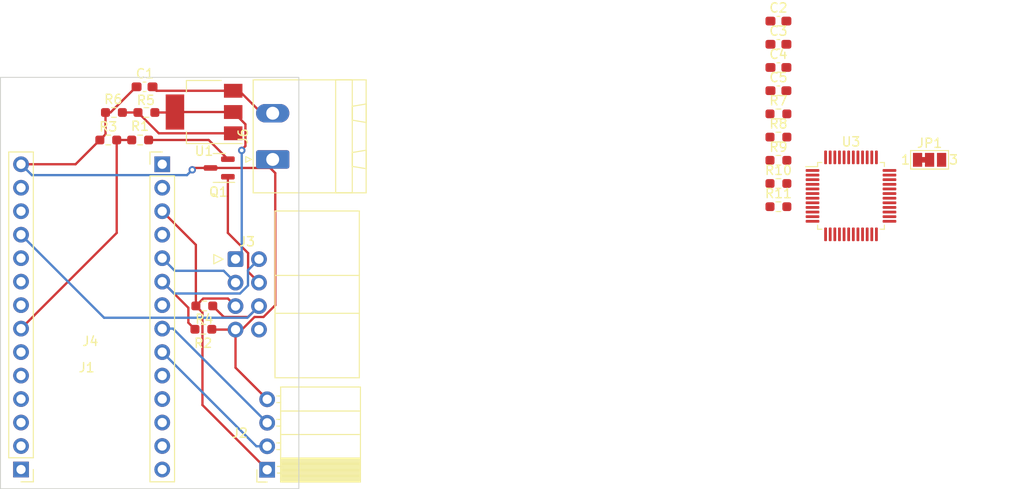
<source format=kicad_pcb>
(kicad_pcb (version 20221018) (generator pcbnew)
  (layers (0 "F.Cu" signal) (31 "B.Cu" signal) (34 "B.Paste" user) (35 "F.Paste" user) (36 "B.SilkS" user "B.Silkscreen") (37 "F.SilkS" user "F.Silkscreen") (38 "B.Mask" user) (39 "F.Mask" user) (44 "Edge.Cuts" user))
  (net 0 "")
  (net 1 "Net-(J5-Pin_2)")
  (net 2 "Earth")
  (net 9 "PIN6")
  (net 13 "PIN2")
  (net 16 "+3V3")
  (net 17 "SDA")
  (net 18 "SCL")
  (net 19 "+12V")
  (net 20 "DRIVE")
  (net 21 "SENSE")
  (net 22 "MOSFET")
  (net 33 "Net-(Q1-S)")
  (net 34 "Net-(U1-ADJ)")
  (net 35 "Net-(U2-SS)")
  (net 36 "Net-(J6-Pin_2)")
  (net 37 "Net-(U3-NRST)")
  (net 38 "Net-(JP1-C)")
  (net 39 "Net-(U2-Ilim)")
  (net 40 "Net-(R8-Pad1)")
  (net 41 "Net-(U2-FLG)")
  (net 42 "Net-(U2-PG)")
  (net 43 "Net-(U3-BOOT0)")
  (net 72 "/SWIO")
  (net 73 "/SWCLK")
  (footprint "Jumper:SolderJumper-3_P1.3mm_Bridged12_Pad1.0x1.5mm_NumberLabels" (layer "F.Cu") (at 219.68 71.12)
    (fp_text reference "JP1" (at 0 -1.8) (layer "F.SilkS"))
    (fp_text value "SolderJumper_3_Bridged12")
    (fp_text user "1" (at -2.6 0) (layer "F.SilkS"))
    (fp_text user "3" (at 2.6 0) (layer "F.SilkS"))
    (fp_poly (pts (xy -0.9 -0.3) (xy -0.4 -0.3) (xy -0.4 0.3) (xy -0.9 0.3)) (fill solid) (layer "F.Cu"))
    (fp_line (start -2.05 -1) (end 2.05 -1) (stroke (width 0.12)) (layer "F.SilkS"))
    (fp_line (start -2.05 1) (end -2.05 -1) (stroke (width 0.12)) (layer "F.SilkS"))
    (fp_line (start 2.05 -1) (end 2.05 1) (stroke (width 0.12)) (layer "F.SilkS"))
    (fp_line (start 2.05 1) (end -2.05 1) (stroke (width 0.12)) (layer "F.SilkS"))
    (pad "1" smd rect (at -1.3 0) (size 1 1.5) (layers "F.Cu" "F.Mask") (net 2 "Earth"))
    (pad "2" smd rect (at 0 0) (size 1 1.5) (layers "F.Cu" "F.Mask") (net 38 "Net-(JP1-C)"))
    (pad "3" smd rect (at 1.3 0) (size 1 1.5) (layers "F.Cu" "F.Mask") (net 16 "+3V3"))
  )
  (footprint "Connector_IDC:IDC-Header_2x04_P2.54mm_Horizontal" (layer "F.Cu") (at 144.6025 81.865)
    (fp_text reference "J3" (at 1.2475 -1.89) (layer "F.SilkS"))
    (fp_text value "1-4 to HeatedWetSensor | 5-7 to TempSensor")
    (fp_line (start -2.35 -0.5) (end -2.35 0.5) (stroke (width 0.12)) (layer "F.SilkS"))
    (fp_line (start -2.35 0.5) (end -1.35 0) (stroke (width 0.12)) (layer "F.SilkS"))
    (fp_line (start -1.35 0) (end -2.35 -0.5) (stroke (width 0.12)) (layer "F.SilkS"))
    (fp_line (start 4.27 -5.21) (end 13.39 -5.21) (stroke (width 0.12)) (layer "F.SilkS"))
    (fp_line (start 4.27 1.76) (end 13.39 1.76) (stroke (width 0.12)) (layer "F.SilkS"))
    (fp_line (start 4.27 5.86) (end 13.39 5.86) (stroke (width 0.12)) (layer "F.SilkS"))
    (fp_line (start 4.27 12.83) (end 4.27 -5.21) (stroke (width 0.12)) (layer "F.SilkS"))
    (fp_line (start 13.39 -5.21) (end 13.39 12.83) (stroke (width 0.12)) (layer "F.SilkS"))
    (fp_line (start 13.39 12.83) (end 4.27 12.83) (stroke (width 0.12)) (layer "F.SilkS"))
    (pad "1" thru_hole roundrect (at 0 0) (size 1.7 1.7) (drill 1) (layers "*.Cu" "*.Mask") (roundrect_rratio 0.147059) (net 19 "+12V"))
    (pad "2" thru_hole circle (at 2.54 0) (size 1.7 1.7) (drill 1) (layers "*.Cu" "*.Mask") (net 20 "DRIVE"))
    (pad "3" thru_hole circle (at 0 2.54) (size 1.7 1.7) (drill 1) (layers "*.Cu" "*.Mask") (net 21 "SENSE"))
    (pad "4" thru_hole circle (at 2.54 2.54) (size 1.7 1.7) (drill 1) (layers "*.Cu" "*.Mask") (net 22 "MOSFET"))
    (pad "5" thru_hole circle (at 0 5.08) (size 1.7 1.7) (drill 1) (layers "*.Cu" "*.Mask") (net 16 "+3V3"))
    (pad "6" thru_hole circle (at 2.54 5.08) (size 1.7 1.7) (drill 1) (layers "*.Cu" "*.Mask") (net 13 "PIN2"))
    (pad "7" thru_hole circle (at 0 7.62) (size 1.7 1.7) (drill 1) (layers "*.Cu" "*.Mask") (net 2 "Earth"))
    (pad "8" thru_hole circle (at 2.54 7.62) (size 1.7 1.7) (drill 1) (layers "*.Cu" "*.Mask"))
  )
  (footprint "Capacitor_SMD:C_0603_1608Metric_Pad1.08x0.95mm_HandSolder" (layer "F.Cu") (at 203.33 58.62)
    (fp_text reference "C3" (at 0 -1.43) (layer "F.SilkS"))
    (fp_text value "C")
    (fp_line (start -0.146267 -0.51) (end 0.146267 -0.51) (stroke (width 0.12)) (layer "F.SilkS"))
    (fp_line (start -0.146267 0.51) (end 0.146267 0.51) (stroke (width 0.12)) (layer "F.SilkS"))
    (pad "1" smd roundrect (at -0.8625 0) (size 1.075 0.95) (layers "F.Cu" "F.Paste" "F.Mask") (net 36 "Net-(J6-Pin_2)"))
    (pad "2" smd roundrect (at 0.8625 0) (size 1.075 0.95) (layers "F.Cu" "F.Paste" "F.Mask") (net 2 "Earth"))
  )
  (footprint "Resistor_SMD:R_0603_1608Metric_Pad0.98x0.95mm_HandSolder" (layer "F.Cu") (at 203.33 71.17)
    (fp_text reference "R9" (at 0 -1.43) (layer "F.SilkS"))
    (fp_text value "R")
    (fp_line (start -0.254724 -0.5225) (end 0.254724 -0.5225) (stroke (width 0.12)) (layer "F.SilkS"))
    (fp_line (start -0.254724 0.5225) (end 0.254724 0.5225) (stroke (width 0.12)) (layer "F.SilkS"))
    (pad "1" smd roundrect (at -0.9125 0) (size 0.975 0.95) (layers "F.Cu" "F.Paste" "F.Mask") (net 40 "Net-(R8-Pad1)"))
    (pad "2" smd roundrect (at 0.9125 0) (size 0.975 0.95) (layers "F.Cu" "F.Paste" "F.Mask") (net 42 "Net-(U2-PG)"))
  )
  (footprint "Connector_PinSocket_2.54mm:PinSocket_1x04_P2.54mm_Horizontal" (layer "F.Cu") (at 148.025 104.645 180)
    (fp_text reference "J2" (at 2.95 3.97) (layer "F.SilkS"))
    (fp_text value "Connector to BME280")
    (fp_line (start -10.09 -1.33) (end -10.09 8.95) (stroke (width 0.12)) (layer "F.SilkS"))
    (fp_line (start -10.09 -1.33) (end -1.46 -1.33) (stroke (width 0.12)) (layer "F.SilkS"))
    (fp_line (start -10.09 -1.21) (end -1.46 -1.21) (stroke (width 0.12)) (layer "F.SilkS"))
    (fp_line (start -10.09 -1.091905) (end -1.46 -1.091905) (stroke (width 0.12)) (layer "F.SilkS"))
    (fp_line (start -10.09 -0.97381) (end -1.46 -0.97381) (stroke (width 0.12)) (layer "F.SilkS"))
    (fp_line (start -10.09 -0.855715) (end -1.46 -0.855715) (stroke (width 0.12)) (layer "F.SilkS"))
    (fp_line (start -10.09 -0.73762) (end -1.46 -0.73762) (stroke (width 0.12)) (layer "F.SilkS"))
    (fp_line (start -10.09 -0.619525) (end -1.46 -0.619525) (stroke (width 0.12)) (layer "F.SilkS"))
    (fp_line (start -10.09 -0.50143) (end -1.46 -0.50143) (stroke (width 0.12)) (layer "F.SilkS"))
    (fp_line (start -10.09 -0.383335) (end -1.46 -0.383335) (stroke (width 0.12)) (layer "F.SilkS"))
    (fp_line (start -10.09 -0.26524) (end -1.46 -0.26524) (stroke (width 0.12)) (layer "F.SilkS"))
    (fp_line (start -10.09 -0.147145) (end -1.46 -0.147145) (stroke (width 0.12)) (layer "F.SilkS"))
    (fp_line (start -10.09 -0.02905) (end -1.46 -0.02905) (stroke (width 0.12)) (layer "F.SilkS"))
    (fp_line (start -10.09 0.089045) (end -1.46 0.089045) (stroke (width 0.12)) (layer "F.SilkS"))
    (fp_line (start -10.09 0.20714) (end -1.46 0.20714) (stroke (width 0.12)) (layer "F.SilkS"))
    (fp_line (start -10.09 0.325235) (end -1.46 0.325235) (stroke (width 0.12)) (layer "F.SilkS"))
    (fp_line (start -10.09 0.44333) (end -1.46 0.44333) (stroke (width 0.12)) (layer "F.SilkS"))
    (fp_line (start -10.09 0.561425) (end -1.46 0.561425) (stroke (width 0.12)) (layer "F.SilkS"))
    (fp_line (start -10.09 0.67952) (end -1.46 0.67952) (stroke (width 0.12)) (layer "F.SilkS"))
    (fp_line (start -10.09 0.797615) (end -1.46 0.797615) (stroke (width 0.12)) (layer "F.SilkS"))
    (fp_line (start -10.09 0.91571) (end -1.46 0.91571) (stroke (width 0.12)) (layer "F.SilkS"))
    (fp_line (start -10.09 1.033805) (end -1.46 1.033805) (stroke (width 0.12)) (layer "F.SilkS"))
    (fp_line (start -10.09 1.1519) (end -1.46 1.1519) (stroke (width 0.12)) (layer "F.SilkS"))
    (fp_line (start -10.09 1.27) (end -1.46 1.27) (stroke (width 0.12)) (layer "F.SilkS"))
    (fp_line (start -10.09 3.81) (end -1.46 3.81) (stroke (width 0.12)) (layer "F.SilkS"))
    (fp_line (start -10.09 6.35) (end -1.46 6.35) (stroke (width 0.12)) (layer "F.SilkS"))
    (fp_line (start -10.09 8.95) (end -1.46 8.95) (stroke (width 0.12)) (layer "F.SilkS"))
    (fp_line (start -1.46 -1.33) (end -1.46 8.95) (stroke (width 0.12)) (layer "F.SilkS"))
    (fp_line (start -1.46 -0.36) (end -1.11 -0.36) (stroke (width 0.12)) (layer "F.SilkS"))
    (fp_line (start -1.46 0.36) (end -1.11 0.36) (stroke (width 0.12)) (layer "F.SilkS"))
    (fp_line (start -1.46 2.18) (end -1.05 2.18) (stroke (width 0.12)) (layer "F.SilkS"))
    (fp_line (start -1.46 2.9) (end -1.05 2.9) (stroke (width 0.12)) (layer "F.SilkS"))
    (fp_line (start -1.46 4.72) (end -1.05 4.72) (stroke (width 0.12)) (layer "F.SilkS"))
    (fp_line (start -1.46 5.44) (end -1.05 5.44) (stroke (width 0.12)) (layer "F.SilkS"))
    (fp_line (start -1.46 7.26) (end -1.05 7.26) (stroke (width 0.12)) (layer "F.SilkS"))
    (fp_line (start -1.46 7.98) (end -1.05 7.98) (stroke (width 0.12)) (layer "F.SilkS"))
    (fp_line (start 0 -1.33) (end 1.11 -1.33) (stroke (width 0.12)) (layer "F.SilkS"))
    (fp_line (start 1.11 -1.33) (end 1.11 0) (stroke (width 0.12)) (layer "F.SilkS"))
    (pad "1" thru_hole rect (at 0 0 180) (size 1.7 1.7) (drill 1) (layers "*.Cu" "*.Mask") (net 16 "+3V3"))
    (pad "2" thru_hole oval (at 0 2.54 180) (size 1.7 1.7) (drill 1) (layers "*.Cu" "*.Mask") (net 17 "SDA"))
    (pad "3" thru_hole oval (at 0 5.08 180) (size 1.7 1.7) (drill 1) (layers "*.Cu" "*.Mask") (net 18 "SCL"))
    (pad "4" thru_hole oval (at 0 7.62 180) (size 1.7 1.7) (drill 1) (layers "*.Cu" "*.Mask") (net 2 "Earth"))
  )
  (footprint "Resistor_SMD:R_0603_1608Metric_Pad0.98x0.95mm_HandSolder" (layer "F.Cu") (at 203.33 68.66)
    (fp_text reference "R8" (at 0 -1.43) (layer "F.SilkS"))
    (fp_text value "R")
    (fp_line (start -0.254724 -0.5225) (end 0.254724 -0.5225) (stroke (width 0.12)) (layer "F.SilkS"))
    (fp_line (start -0.254724 0.5225) (end 0.254724 0.5225) (stroke (width 0.12)) (layer "F.SilkS"))
    (pad "1" smd roundrect (at -0.9125 0) (size 0.975 0.95) (layers "F.Cu" "F.Paste" "F.Mask") (net 40 "Net-(R8-Pad1)"))
    (pad "2" smd roundrect (at 0.9125 0) (size 0.975 0.95) (layers "F.Cu" "F.Paste" "F.Mask") (net 41 "Net-(U2-FLG)"))
  )
  (footprint "Connector_PinHeader_2.54mm:PinHeader_1x14_P2.54mm_Vertical" (layer "F.Cu") (at 136.675 71.6)
    (fp_text reference "J4" (at -7.775 19.15) (layer "F.SilkS"))
    (fp_text value "Teensy Connector")
    (fp_line (start -1.33 -1.33) (end 0 -1.33) (stroke (width 0.12)) (layer "F.SilkS"))
    (fp_line (start -1.33 0) (end -1.33 -1.33) (stroke (width 0.12)) (layer "F.SilkS"))
    (fp_line (start -1.33 1.27) (end -1.33 34.35) (stroke (width 0.12)) (layer "F.SilkS"))
    (fp_line (start -1.33 1.27) (end 1.33 1.27) (stroke (width 0.12)) (layer "F.SilkS"))
    (fp_line (start -1.33 34.35) (end 1.33 34.35) (stroke (width 0.12)) (layer "F.SilkS"))
    (fp_line (start 1.33 1.27) (end 1.33 34.35) (stroke (width 0.12)) (layer "F.SilkS"))
    (pad "1" thru_hole rect (at 0 0) (size 1.7 1.7) (drill 1) (layers "*.Cu" "*.Mask"))
    (pad "2" thru_hole oval (at 0 2.54) (size 1.7 1.7) (drill 1) (layers "*.Cu" "*.Mask"))
    (pad "3" thru_hole oval (at 0 5.08) (size 1.7 1.7) (drill 1) (layers "*.Cu" "*.Mask") (net 16 "+3V3"))
    (pad "4" thru_hole oval (at 0 7.62) (size 1.7 1.7) (drill 1) (layers "*.Cu" "*.Mask"))
    (pad "5" thru_hole oval (at 0 10.16) (size 1.7 1.7) (drill 1) (layers "*.Cu" "*.Mask") (net 21 "SENSE"))
    (pad "6" thru_hole oval (at 0 12.7) (size 1.7 1.7) (drill 1) (layers "*.Cu" "*.Mask") (net 20 "DRIVE"))
    (pad "7" thru_hole oval (at 0 15.24) (size 1.7 1.7) (drill 1) (layers "*.Cu" "*.Mask"))
    (pad "8" thru_hole oval (at 0 17.78) (size 1.7 1.7) (drill 1) (layers "*.Cu" "*.Mask") (net 18 "SCL"))
    (pad "9" thru_hole oval (at 0 20.32) (size 1.7 1.7) (drill 1) (layers "*.Cu" "*.Mask") (net 17 "SDA"))
    (pad "10" thru_hole oval (at 0 22.86) (size 1.7 1.7) (drill 1) (layers "*.Cu" "*.Mask"))
    (pad "11" thru_hole oval (at 0 25.4) (size 1.7 1.7) (drill 1) (layers "*.Cu" "*.Mask"))
    (pad "12" thru_hole oval (at 0 27.94) (size 1.7 1.7) (drill 1) (layers "*.Cu" "*.Mask"))
    (pad "13" thru_hole oval (at 0 30.48) (size 1.7 1.7) (drill 1) (layers "*.Cu" "*.Mask"))
    (pad "14" thru_hole oval (at 0 33.02) (size 1.7 1.7) (drill 1) (layers "*.Cu" "*.Mask"))
  )
  (footprint "Capacitor_SMD:C_0603_1608Metric_Pad1.08x0.95mm_HandSolder" (layer "F.Cu") (at 203.33 61.13)
    (fp_text reference "C4" (at 0 -1.43) (layer "F.SilkS"))
    (fp_text value "C")
    (fp_line (start -0.146267 -0.51) (end 0.146267 -0.51) (stroke (width 0.12)) (layer "F.SilkS"))
    (fp_line (start -0.146267 0.51) (end 0.146267 0.51) (stroke (width 0.12)) (layer "F.SilkS"))
    (pad "1" smd roundrect (at -0.8625 0) (size 1.075 0.95) (layers "F.Cu" "F.Paste" "F.Mask") (net 19 "+12V"))
    (pad "2" smd roundrect (at 0.8625 0) (size 1.075 0.95) (layers "F.Cu" "F.Paste" "F.Mask") (net 2 "Earth"))
  )
  (footprint "Capacitor_SMD:C_0603_1608Metric_Pad1.08x0.95mm_HandSolder" (layer "F.Cu") (at 134.7625 63.225 180)
    (fp_text reference "C1" (at -0.0375 1.425) (layer "F.SilkS"))
    (fp_text value "C" hide)
    (fp_line (start -0.146267 -0.51) (end 0.146267 -0.51) (stroke (width 0.12)) (layer "F.SilkS"))
    (fp_line (start -0.146267 0.51) (end 0.146267 0.51) (stroke (width 0.12)) (layer "F.SilkS"))
    (pad "1" smd roundrect (at -0.8625 0 180) (size 1.075 0.95) (layers "F.Cu" "F.Paste" "F.Mask") (net 1 "Net-(J5-Pin_2)"))
    (pad "2" smd roundrect (at 0.8625 0 180) (size 1.075 0.95) (layers "F.Cu" "F.Paste" "F.Mask") (net 2 "Earth"))
  )
  (footprint "Resistor_SMD:R_0603_1608Metric_Pad0.98x0.95mm_HandSolder" (layer "F.Cu") (at 203.33 73.68)
    (fp_text reference "R10" (at 0 -1.43) (layer "F.SilkS"))
    (fp_text value "10k")
    (fp_line (start -0.254724 -0.5225) (end 0.254724 -0.5225) (stroke (width 0.12)) (layer "F.SilkS"))
    (fp_line (start -0.254724 0.5225) (end 0.254724 0.5225) (stroke (width 0.12)) (layer "F.SilkS"))
    (pad "1" smd roundrect (at -0.9125 0) (size 0.975 0.95) (layers "F.Cu" "F.Paste" "F.Mask") (net 37 "Net-(U3-NRST)"))
    (pad "2" smd roundrect (at 0.9125 0) (size 0.975 0.95) (layers "F.Cu" "F.Paste" "F.Mask") (net 16 "+3V3"))
  )
  (footprint "Package_TO_SOT_SMD:SOT-223-3_TabPin2" (layer "F.Cu") (at 141.2 65.95 180)
    (fp_text reference "U1" (at 0 -4.225) (layer "F.SilkS"))
    (fp_text value "AMS1117")
    (fp_line (start -4.1 -3.41) (end 1.91 -3.41) (stroke (width 0.12)) (layer "F.SilkS"))
    (fp_line (start -1.85 3.41) (end 1.91 3.41) (stroke (width 0.12)) (layer "F.SilkS"))
    (fp_line (start 1.91 -3.41) (end 1.91 -2.15) (stroke (width 0.12)) (layer "F.SilkS"))
    (fp_line (start 1.91 3.41) (end 1.91 2.15) (stroke (width 0.12)) (layer "F.SilkS"))
    (pad "1" smd rect (at -3.15 -2.3 180) (size 2 1.5) (layers "F.Cu" "F.Paste" "F.Mask") (net 34 "Net-(U1-ADJ)"))
    (pad "2" smd rect (at -3.15 0 180) (size 2 1.5) (layers "F.Cu" "F.Paste" "F.Mask") (net 19 "+12V"))
    (pad "2" smd rect (at 3.15 0 180) (size 2 3.8) (layers "F.Cu" "F.Paste" "F.Mask") (net 19 "+12V"))
    (pad "3" smd rect (at -3.15 2.3 180) (size 2 1.5) (layers "F.Cu" "F.Paste" "F.Mask") (net 1 "Net-(J5-Pin_2)"))
  )
  (footprint "Capacitor_SMD:C_0603_1608Metric_Pad1.08x0.95mm_HandSolder" (layer "F.Cu") (at 203.33 63.64)
    (fp_text reference "C5" (at 0 -1.43) (layer "F.SilkS"))
    (fp_text value "C")
    (fp_line (start -0.146267 -0.51) (end 0.146267 -0.51) (stroke (width 0.12)) (layer "F.SilkS"))
    (fp_line (start -0.146267 0.51) (end 0.146267 0.51) (stroke (width 0.12)) (layer "F.SilkS"))
    (pad "1" smd roundrect (at -0.8625 0) (size 1.075 0.95) (layers "F.Cu" "F.Paste" "F.Mask") (net 37 "Net-(U3-NRST)"))
    (pad "2" smd roundrect (at 0.8625 0) (size 1.075 0.95) (layers "F.Cu" "F.Paste" "F.Mask") (net 2 "Earth"))
  )
  (footprint "Capacitor_SMD:C_0603_1608Metric_Pad1.08x0.95mm_HandSolder" (layer "F.Cu") (at 203.33 56.11)
    (fp_text reference "C2" (at 0 -1.43) (layer "F.SilkS"))
    (fp_text value "C")
    (fp_line (start -0.146267 -0.51) (end 0.146267 -0.51) (stroke (width 0.12)) (layer "F.SilkS"))
    (fp_line (start -0.146267 0.51) (end 0.146267 0.51) (stroke (width 0.12)) (layer "F.SilkS"))
    (pad "1" smd roundrect (at -0.8625 0) (size 1.075 0.95) (layers "F.Cu" "F.Paste" "F.Mask") (net 35 "Net-(U2-SS)"))
    (pad "2" smd roundrect (at 0.8625 0) (size 1.075 0.95) (layers "F.Cu" "F.Paste" "F.Mask") (net 2 "Earth"))
  )
  (footprint "Resistor_SMD:R_0603_1608Metric_Pad0.98x0.95mm_HandSolder" (layer "F.Cu") (at 131.45 66)
    (fp_text reference "R6" (at -0.075 -1.425 180) (layer "F.SilkS"))
    (fp_text value "R" hide)
    (fp_line (start -0.254724 -0.5225) (end 0.254724 -0.5225) (stroke (width 0.12)) (layer "F.SilkS"))
    (fp_line (start -0.254724 0.5225) (end 0.254724 0.5225) (stroke (width 0.12)) (layer "F.SilkS"))
    (pad "1" smd roundrect (at -0.9125 0) (size 0.975 0.95) (layers "F.Cu" "F.Paste" "F.Mask") (net 2 "Earth"))
    (pad "2" smd roundrect (at 0.9125 0) (size 0.975 0.95) (layers "F.Cu" "F.Paste" "F.Mask") (net 34 "Net-(U1-ADJ)"))
  )
  (footprint "Resistor_SMD:R_0603_1608Metric_Pad0.98x0.95mm_HandSolder" (layer "F.Cu") (at 134.9625 66)
    (fp_text reference "R5" (at -0.0625 -1.325 180) (layer "F.SilkS"))
    (fp_text value "R" hide)
    (fp_line (start -0.254724 -0.5225) (end 0.254724 -0.5225) (stroke (width 0.12)) (layer "F.SilkS"))
    (fp_line (start -0.254724 0.5225) (end 0.254724 0.5225) (stroke (width 0.12)) (layer "F.SilkS"))
    (pad "1" smd roundrect (at -0.9125 0) (size 0.975 0.95) (layers "F.Cu" "F.Paste" "F.Mask") (net 34 "Net-(U1-ADJ)"))
    (pad "2" smd roundrect (at 0.9125 0) (size 0.975 0.95) (layers "F.Cu" "F.Paste" "F.Mask") (net 19 "+12V"))
  )
  (footprint "Resistor_SMD:R_0603_1608Metric_Pad0.98x0.95mm_HandSolder" (layer "F.Cu") (at 203.33 76.19)
    (fp_text reference "R11" (at 0 -1.43) (layer "F.SilkS"))
    (fp_text value "100K")
    (fp_line (start -0.254724 -0.5225) (end 0.254724 -0.5225) (stroke (width 0.12)) (layer "F.SilkS"))
    (fp_line (start -0.254724 0.5225) (end 0.254724 0.5225) (stroke (width 0.12)) (layer "F.SilkS"))
    (pad "1" smd roundrect (at -0.9125 0) (size 0.975 0.95) (layers "F.Cu" "F.Paste" "F.Mask") (net 43 "Net-(U3-BOOT0)"))
    (pad "2" smd roundrect (at 0.9125 0) (size 0.975 0.95) (layers "F.Cu" "F.Paste" "F.Mask") (net 38 "Net-(JP1-C)"))
  )
  (footprint "Resistor_SMD:R_0603_1608Metric_Pad0.98x0.95mm_HandSolder" (layer "F.Cu") (at 141.225 86.925 180)
    (fp_text reference "R4" (at 0 -1.43) (layer "F.SilkS"))
    (fp_text value "R" hide)
    (fp_line (start -0.254724 -0.5225) (end 0.254724 -0.5225) (stroke (width 0.12)) (layer "F.SilkS"))
    (fp_line (start -0.254724 0.5225) (end 0.254724 0.5225) (stroke (width 0.12)) (layer "F.SilkS"))
    (pad "1" smd roundrect (at -0.9125 0 180) (size 0.975 0.95) (layers "F.Cu" "F.Paste" "F.Mask") (net 13 "PIN2"))
    (pad "2" smd roundrect (at 0.9125 0 180) (size 0.975 0.95) (layers "F.Cu" "F.Paste" "F.Mask") (net 16 "+3V3"))
  )
  (footprint "Connector_Phoenix_MSTB:PhoenixContact_MSTBA_2,5_2-G_1x02_P5.00mm_Horizontal" (layer "F.Cu") (at 148.6225 71.08 90)
    (fp_text reference "J6" (at 2.5 -3.2 90) (layer "F.SilkS"))
    (fp_text value "Connector to power supply")
    (fp_line (start -3.61 -2.11) (end -3.61 10.11) (stroke (width 0.12)) (layer "F.SilkS"))
    (fp_line (start -3.61 6.81) (end 8.61 6.81) (stroke (width 0.12)) (layer "F.SilkS"))
    (fp_line (start -3.61 8.61) (end -3.61 6.81) (stroke (width 0.12)) (layer "F.SilkS"))
    (fp_line (start -3.61 10.11) (end 8.61 10.11) (stroke (width 0.12)) (layer "F.SilkS"))
    (fp_line (start -1 10.11) (end 1 10.11) (stroke (width 0.12)) (layer "F.SilkS"))
    (fp_line (start -0.75 8.61) (end -1 10.11) (stroke (width 0.12)) (layer "F.SilkS"))
    (fp_line (start -0.3 -2.91) (end 0.3 -2.91) (stroke (width 0.12)) (layer "F.SilkS"))
    (fp_line (start 0 -2.31) (end -0.3 -2.91) (stroke (width 0.12)) (layer "F.SilkS"))
    (fp_line (start 0.3 -2.91) (end 0 -2.31) (stroke (width 0.12)) (layer "F.SilkS"))
    (fp_line (start 0.75 8.61) (end -0.75 8.61) (stroke (width 0.12)) (layer "F.SilkS"))
    (fp_line (start 1 10.11) (end 0.75 8.61) (stroke (width 0.12)) (layer "F.SilkS"))
    (fp_line (start 4 10.11) (end 6 10.11) (stroke (width 0.12)) (layer "F.SilkS"))
    (fp_line (start 4.25 8.61) (end 4 10.11) (stroke (width 0.12)) (layer "F.SilkS"))
    (fp_line (start 5.75 8.61) (end 4.25 8.61) (stroke (width 0.12)) (layer "F.SilkS"))
    (fp_line (start 6 10.11) (end 5.75 8.61) (stroke (width 0.12)) (layer "F.SilkS"))
    (fp_line (start 8.61 -2.11) (end -3.61 -2.11) (stroke (width 0.12)) (layer "F.SilkS"))
    (fp_line (start 8.61 6.81) (end 8.61 8.61) (stroke (width 0.12)) (layer "F.SilkS"))
    (fp_line (start 8.61 8.61) (end -3.61 8.61) (stroke (width 0.12)) (layer "F.SilkS"))
    (fp_line (start 8.61 10.11) (end 8.61 -2.11) (stroke (width 0.12)) (layer "F.SilkS"))
    (pad "1" thru_hole roundrect (at 0 0 90) (size 2 3.6) (drill 1.4) (layers "*.Cu" "*.Mask") (roundrect_rratio 0.125) (net 2 "Earth"))
    (pad "2" thru_hole oval (at 5 0 90) (size 2 3.6) (drill 1.4) (layers "*.Cu" "*.Mask") (net 36 "Net-(J6-Pin_2)"))
  )
  (footprint "Package_QFP:LQFP-48_7x7mm_P0.5mm" (layer "F.Cu") (at 211.18 75.02)
    (fp_text reference "U3" (at 0 -5.85) (layer "F.SilkS"))
    (fp_text value "STM32F103C6Tx")
    (fp_line (start -3.61 -3.61) (end -3.61 -3.16) (stroke (width 0.12)) (layer "F.SilkS"))
    (fp_line (start -3.61 -3.16) (end -4.9 -3.16) (stroke (width 0.12)) (layer "F.SilkS"))
    (fp_line (start -3.61 3.61) (end -3.61 3.16) (stroke (width 0.12)) (layer "F.SilkS"))
    (fp_line (start -3.16 -3.61) (end -3.61 -3.61) (stroke (width 0.12)) (layer "F.SilkS"))
    (fp_line (start -3.16 3.61) (end -3.61 3.61) (stroke (width 0.12)) (layer "F.SilkS"))
    (fp_line (start 3.16 -3.61) (end 3.61 -3.61) (stroke (width 0.12)) (layer "F.SilkS"))
    (fp_line (start 3.16 3.61) (end 3.61 3.61) (stroke (width 0.12)) (layer "F.SilkS"))
    (fp_line (start 3.61 -3.61) (end 3.61 -3.16) (stroke (width 0.12)) (layer "F.SilkS"))
    (fp_line (start 3.61 3.61) (end 3.61 3.16) (stroke (width 0.12)) (layer "F.SilkS"))
    (pad "1" smd roundrect (at -4.1625 -2.75) (size 1.475 0.3) (layers "F.Cu" "F.Paste" "F.Mask"))
    (pad "2" smd roundrect (at -4.1625 -2.25) (size 1.475 0.3) (layers "F.Cu" "F.Paste" "F.Mask"))
    (pad "3" smd roundrect (at -4.1625 -1.75) (size 1.475 0.3) (layers "F.Cu" "F.Paste" "F.Mask"))
    (pad "4" smd roundrect (at -4.1625 -1.25) (size 1.475 0.3) (layers "F.Cu" "F.Paste" "F.Mask"))
    (pad "5" smd roundrect (at -4.1625 -0.75) (size 1.475 0.3) (layers "F.Cu" "F.Paste" "F.Mask"))
    (pad "6" smd roundrect (at -4.1625 -0.25) (size 1.475 0.3) (layers "F.Cu" "F.Paste" "F.Mask"))
    (pad "7" smd roundrect (at -4.1625 0.25) (size 1.475 0.3) (layers "F.Cu" "F.Paste" "F.Mask") (net 37 "Net-(U3-NRST)"))
    (pad "8" smd roundrect (at -4.1625 0.75) (size 1.475 0.3) (layers "F.Cu" "F.Paste" "F.Mask") (net 2 "Earth"))
    (pad "9" smd roundrect (at -4.1625 1.25) (size 1.475 0.3) (layers "F.Cu" "F.Paste" "F.Mask") (net 16 "+3V3"))
    (pad "10" smd roundrect (at -4.1625 1.75) (size 1.475 0.3) (layers "F.Cu" "F.Paste" "F.Mask"))
    (pad "11" smd roundrect (at -4.1625 2.25) (size 1.475 0.3) (layers "F.Cu" "F.Paste" "F.Mask"))
    (pad "12" smd roundrect (at -4.1625 2.75) (size 1.475 0.3) (layers "F.Cu" "F.Paste" "F.Mask"))
    (pad "13" smd roundrect (at -2.75 4.1625) (size 0.3 1.475) (layers "F.Cu" "F.Paste" "F.Mask"))
    (pad "14" smd roundrect (at -2.25 4.1625) (size 0.3 1.475) (layers "F.Cu" "F.Paste" "F.Mask"))
    (pad "15" smd roundrect (at -1.75 4.1625) (size 0.3 1.475) (layers "F.Cu" "F.Paste" "F.Mask"))
    (pad "16" smd roundrect (at -1.25 4.1625) (size 0.3 1.475) (layers "F.Cu" "F.Paste" "F.Mask"))
    (pad "17" smd roundrect (at -0.75 4.1625) (size 0.3 1.475) (layers "F.Cu" "F.Paste" "F.Mask"))
    (pad "18" smd roundrect (at -0.25 4.1625) (size 0.3 1.475) (layers "F.Cu" "F.Paste" "F.Mask"))
    (pad "19" smd roundrect (at 0.25 4.1625) (size 0.3 1.475) (layers "F.Cu" "F.Paste" "F.Mask"))
    (pad "20" smd roundrect (at 0.75 4.1625) (size 0.3 1.475) (layers "F.Cu" "F.Paste" "F.Mask"))
    (pad "21" smd roundrect (at 1.25 4.1625) (size 0.3 1.475) (layers "F.Cu" "F.Paste" "F.Mask"))
    (pad "22" smd roundrect (at 1.75 4.1625) (size 0.3 1.475) (layers "F.Cu" "F.Paste" "F.Mask"))
    (pad "23" smd roundrect (at 2.25 4.1625) (size 0.3 1.475) (layers "F.Cu" "F.Paste" "F.Mask") (net 2 "Earth"))
    (pad "24" smd roundrect (at 2.75 4.1625) (size 0.3 1.475) (layers "F.Cu" "F.Paste" "F.Mask") (net 16 "+3V3"))
    (pad "25" smd roundrect (at 4.1625 2.75) (size 1.475 0.3) (layers "F.Cu" "F.Paste" "F.Mask"))
    (pad "26" smd roundrect (at 4.1625 2.25) (size 1.475 0.3) (layers "F.Cu" "F.Paste" "F.Mask"))
    (pad "27" smd roundrect (at 4.1625 1.75) (size 1.475 0.3) (layers "F.Cu" "F.Paste" "F.Mask"))
    (pad "28" smd roundrect (at 4.1625 1.25) (size 1.475 0.3) (layers "F.Cu" "F.Paste" "F.Mask"))
    (pad "29" smd roundrect (at 4.1625 0.75) (size 1.475 0.3) (layers "F.Cu" "F.Paste" "F.Mask"))
    (pad "30" smd roundrect (at 4.1625 0.25) (size 1.475 0.3) (layers "F.Cu" "F.Paste" "F.Mask"))
    (pad "31" smd roundrect (at 4.1625 -0.25) (size 1.475 0.3) (layers "F.Cu" "F.Paste" "F.Mask"))
    (pad "32" smd roundrect (at 4.1625 -0.75) (size 1.475 0.3) (layers "F.Cu" "F.Paste" "F.Mask"))
    (pad "33" smd roundrect (at 4.1625 -1.25) (size 1.475 0.3) (layers "F.Cu" "F.Paste" "F.Mask"))
    (pad "34" smd roundrect (at 4.1625 -1.75) (size 1.475 0.3) (layers "F.Cu" "F.Paste" "F.Mask") (net 72 "/SWIO"))
    (pad "35" smd roundrect (at 4.1625 -2.25) (size 1.475 0.3) (layers "F.Cu" "F.Paste" "F.Mask") (net 2 "Earth"))
    (pad "36" smd roundrect (at 4.1625 -2.75) (size 1.475 0.3) (layers "F.Cu" "F.Paste" "F.Mask") (net 16 "+3V3"))
    (pad "37" smd roundrect (at 2.75 -4.1625) (size 0.3 1.475) (layers "F.Cu" "F.Paste" "F.Mask") (net 73 "/SWCLK"))
    (pad "38" smd roundrect (at 2.25 -4.1625) (size 0.3 1.475) (layers "F.Cu" "F.Paste" "F.Mask"))
    (pad "39" smd roundrect (at 1.75 -4.1625) (size 0.3 1.475) (layers "F.Cu" "F.Paste" "F.Mask"))
    (pad "40" smd roundrect (at 1.25 -4.1625) (size 0.3 1.475) (layers "F.Cu" "F.Paste" "F.Mask"))
    (pad "41" smd roundrect (at 0.75 -4.1625) (size 0.3 1.475) (layers "F.Cu" "F.Paste" "F.Mask"))
    (pad "42" smd roundrect (at 0.25 -4.1625) (size 0.3 1.475) (layers "F.Cu" "F.Paste" "F.Mask"))
    (pad "43" smd roundrect (at -0.25 -4.1625) (size 0.3 1.475) (layers "F.Cu" "F.Paste" "F.Mask"))
    (pad "44" smd roundrect (at -0.75 -4.1625) (size 0.3 1.475) (layers "F.Cu" "F.Paste" "F.Mask") (net 43 "Net-(U3-BOOT0)"))
    (pad "45" smd roundrect (at -1.25 -4.1625) (size 0.3 1.475) (layers "F.Cu" "F.Paste" "F.Mask"))
    (pad "46" smd roundrect (at -1.75 -4.1625) (size 0.3 1.475) (layers "F.Cu" "F.Paste" "F.Mask"))
    (pad "47" smd roundrect (at -2.25 -4.1625) (size 0.3 1.475) (layers "F.Cu" "F.Paste" "F.Mask") (net 2 "Earth"))
    (pad "48" smd roundrect (at -2.75 -4.1625) (size 0.3 1.475) (layers "F.Cu" "F.Paste" "F.Mask") (net 16 "+3V3"))
  )
  (footprint "Resistor_SMD:R_0603_1608Metric_Pad0.98x0.95mm_HandSolder" (layer "F.Cu") (at 141.125 89.45 180)
    (fp_text reference "R2" (at 0.025 -1.5) (layer "F.SilkS"))
    (fp_text value "R" hide)
    (fp_line (start -0.254724 -0.5225) (end 0.254724 -0.5225) (stroke (width 0.12)) (layer "F.SilkS"))
    (fp_line (start -0.254724 0.5225) (end 0.254724 0.5225) (stroke (width 0.12)) (layer "F.SilkS"))
    (pad "1" smd roundrect (at -0.9125 0 180) (size 0.975 0.95) (layers "F.Cu" "F.Paste" "F.Mask") (net 2 "Earth"))
    (pad "2" smd roundrect (at 0.9125 0 180) (size 0.975 0.95) (layers "F.Cu" "F.Paste" "F.Mask") (net 20 "DRIVE"))
  )
  (footprint "Connector_PinHeader_2.54mm:PinHeader_1x14_P2.54mm_Vertical" (layer "F.Cu") (at 121.4 104.62 180)
    (fp_text reference "J1" (at -7.1 11.02) (layer "F.SilkS"))
    (fp_text value "Teensy Connector")
    (fp_line (start -1.33 -1.33) (end 0 -1.33) (stroke (width 0.12)) (layer "F.SilkS"))
    (fp_line (start -1.33 0) (end -1.33 -1.33) (stroke (width 0.12)) (layer "F.SilkS"))
    (fp_line (start -1.33 1.27) (end -1.33 34.35) (stroke (width 0.12)) (layer "F.SilkS"))
    (fp_line (start -1.33 1.27) (end 1.33 1.27) (stroke (width 0.12)) (layer "F.SilkS"))
    (fp_line (start -1.33 34.35) (end 1.33 34.35) (stroke (width 0.12)) (layer "F.SilkS"))
    (fp_line (start 1.33 1.27) (end 1.33 34.35) (stroke (width 0.12)) (layer "F.SilkS"))
    (pad "1" thru_hole rect (at 0 0 180) (size 1.7 1.7) (drill 1) (layers "*.Cu" "*.Mask"))
    (pad "2" thru_hole oval (at 0 2.54 180) (size 1.7 1.7) (drill 1) (layers "*.Cu" "*.Mask"))
    (pad "3" thru_hole oval (at 0 5.08 180) (size 1.7 1.7) (drill 1) (layers "*.Cu" "*.Mask"))
    (pad "4" thru_hole oval (at 0 7.62 180) (size 1.7 1.7) (drill 1) (layers "*.Cu" "*.Mask"))
    (pad "5" thru_hole oval (at 0 10.16 180) (size 1.7 1.7) (drill 1) (layers "*.Cu" "*.Mask"))
    (pad "6" thru_hole oval (at 0 12.7 180) (size 1.7 1.7) (drill 1) (layers "*.Cu" "*.Mask"))
    (pad "7" thru_hole oval (at 0 15.24 180) (size 1.7 1.7) (drill 1) (layers "*.Cu" "*.Mask") (net 9 "PIN6"))
    (pad "8" thru_hole oval (at 0 17.78 180) (size 1.7 1.7) (drill 1) (layers "*.Cu" "*.Mask"))
    (pad "9" thru_hole oval (at 0 20.32 180) (size 1.7 1.7) (drill 1) (layers "*.Cu" "*.Mask"))
    (pad "10" thru_hole oval (at 0 22.86 180) (size 1.7 1.7) (drill 1) (layers "*.Cu" "*.Mask"))
    (pad "11" thru_hole oval (at 0 25.4 180) (size 1.7 1.7) (drill 1) (layers "*.Cu" "*.Mask") (net 13 "PIN2"))
    (pad "12" thru_hole oval (at 0 27.94 180) (size 1.7 1.7) (drill 1) (layers "*.Cu" "*.Mask"))
    (pad "13" thru_hole oval (at 0 30.48 180) (size 1.7 1.7) (drill 1) (layers "*.Cu" "*.Mask"))
    (pad "14" thru_hole oval (at 0 33.02 180) (size 1.7 1.7) (drill 1) (layers "*.Cu" "*.Mask") (net 2 "Earth"))
  )
  (footprint "Resistor_SMD:R_0603_1608Metric_Pad0.98x0.95mm_HandSolder" (layer "F.Cu") (at 134.2875 68.975 180)
    (fp_text reference "R1" (at 0.025 1.5) (layer "F.SilkS"))
    (fp_text value "R" hide)
    (fp_line (start -0.254724 -0.5225) (end 0.254724 -0.5225) (stroke (width 0.12)) (layer "F.SilkS"))
    (fp_line (start -0.254724 0.5225) (end 0.254724 0.5225) (stroke (width 0.12)) (layer "F.SilkS"))
    (pad "1" smd roundrect (at -0.9125 0 180) (size 0.975 0.95) (layers "F.Cu" "F.Paste" "F.Mask") (net 33 "Net-(Q1-S)"))
    (pad "2" smd roundrect (at 0.9125 0 180) (size 0.975 0.95) (layers "F.Cu" "F.Paste" "F.Mask") (net 9 "PIN6"))
  )
  (footprint "Resistor_SMD:R_0603_1608Metric_Pad0.98x0.95mm_HandSolder" (layer "F.Cu") (at 203.33 66.15)
    (fp_text reference "R7" (at 0 -1.43) (layer "F.SilkS"))
    (fp_text value "R")
    (fp_line (start -0.254724 -0.5225) (end 0.254724 -0.5225) (stroke (width 0.12)) (layer "F.SilkS"))
    (fp_line (start -0.254724 0.5225) (end 0.254724 0.5225) (stroke (width 0.12)) (layer "F.SilkS"))
    (pad "1" smd roundrect (at -0.9125 0) (size 0.975 0.95) (layers "F.Cu" "F.Paste" "F.Mask") (net 2 "Earth"))
    (pad "2" smd roundrect (at 0.9125 0) (size 0.975 0.95) (layers "F.Cu" "F.Paste" "F.Mask") (net 39 "Net-(U2-Ilim)"))
  )
  (footprint "Package_TO_SOT_SMD:SOT-23" (layer "F.Cu") (at 142.8375 72 180)
    (fp_text reference "Q1" (at 0.0875 -2.6) (layer "F.SilkS"))
    (fp_text value "MOSFET N-CH" hide)
    (fp_line (start 0 -1.56) (end -1.675 -1.56) (stroke (width 0.12)) (layer "F.SilkS"))
    (fp_line (start 0 -1.56) (end 0.65 -1.56) (stroke (width 0.12)) (layer "F.SilkS"))
    (fp_line (start 0 1.56) (end -0.65 1.56) (stroke (width 0.12)) (layer "F.SilkS"))
    (fp_line (start 0 1.56) (end 0.65 1.56) (stroke (width 0.12)) (layer "F.SilkS"))
    (pad "1" smd roundrect (at -0.9375 -0.95 180) (size 1.475 0.6) (layers "F.Cu" "F.Paste" "F.Mask") (net 22 "MOSFET"))
    (pad "2" smd roundrect (at -0.9375 0.95 180) (size 1.475 0.6) (layers "F.Cu" "F.Paste" "F.Mask") (net 33 "Net-(Q1-S)"))
    (pad "3" smd roundrect (at 0.9375 0 180) (size 1.475 0.6) (layers "F.Cu" "F.Paste" "F.Mask") (net 2 "Earth"))
  )
  (footprint "Resistor_SMD:R_0603_1608Metric_Pad0.98x0.95mm_HandSolder" (layer "F.Cu") (at 130.8375 68.975)
    (fp_text reference "R3" (at 0 -1.43) (layer "F.SilkS"))
    (fp_text value "R" hide)
    (fp_line (start -0.254724 -0.5225) (end 0.254724 -0.5225) (stroke (width 0.12)) (layer "F.SilkS"))
    (fp_line (start -0.254724 0.5225) (end 0.254724 0.5225) (stroke (width 0.12)) (layer "F.SilkS"))
    (pad "1" smd roundrect (at -0.9125 0) (size 0.975 0.95) (layers "F.Cu" "F.Paste" "F.Mask") (net 2 "Earth"))
    (pad "2" smd roundrect (at 0.9125 0) (size 0.975 0.95) (layers "F.Cu" "F.Paste" "F.Mask") (net 9 "PIN6"))
  )
  (gr_rect (start 119.175 62.2) (end 151.45 106.7) (stroke (width 0.1)) (fill none) (layer "Edge.Cuts"))
  (segment (start 144.35 63.65) (end 144.9975 63.65) (width 0.25) (layer "F.Cu") (net 1))
  (segment (start 144.9975 63.65) (end 148.2975 66.95) (width 0.25) (layer "F.Cu") (net 1))
  (segment (start 136.05 63.65) (end 135.625 63.225) (width 0.25) (layer "F.Cu") (net 1))
  (segment (start 144.35 63.65) (end 136.05 63.65) (width 0.25) (layer "F.Cu") (net 1))
  (segment (start 147.629201 88.12) (end 148.9 86.849201) (width 0.25) (layer "F.Cu") (net 2))
  (segment (start 148.2475 72) (end 148.2975 71.95) (width 0.25) (layer "F.Cu") (net 2))
  (segment (start 141.9 72) (end 148.2475 72) (width 0.25) (layer "F.Cu") (net 2))
  (segment (start 141.9 72) (end 140.125 72) (width 0.25) (layer "F.Cu") (net 2))
  (segment (start 131.079505 66) (end 130.5375 66) (width 0.25) (layer "F.Cu") (net 2))
  (segment (start 148.9 86.849201) (end 148.9 72.5525) (width 0.25) (layer "F.Cu") (net 2))
  (segment (start 142.0375 89.45) (end 142.0725 89.485) (width 0.25) (layer "F.Cu") (net 2))
  (segment (start 146.655799 88.12) (end 147.629201 88.12) (width 0.25) (layer "F.Cu") (net 2))
  (segment (start 133.854505 63.225) (end 131.079505 66) (width 0.25) (layer "F.Cu") (net 2))
  (segment (start 140.125 72) (end 139.925 72.2) (width 0.25) (layer "F.Cu") (net 2))
  (segment (start 145.290799 89.485) (end 146.655799 88.12) (width 0.25) (layer "F.Cu") (net 2))
  (segment (start 130.5375 68.3625) (end 129.925 68.975) (width 0.25) (layer "F.Cu") (net 2))
  (segment (start 144.6025 89.485) (end 144.6025 93.6025) (width 0.25) (layer "F.Cu") (net 2))
  (segment (start 129.925 68.975) (end 127.3 71.6) (width 0.25) (layer "F.Cu") (net 2))
  (segment (start 142.0725 89.485) (end 144.6025 89.485) (width 0.25) (layer "F.Cu") (net 2))
  (segment (start 130.5375 66) (end 130.5375 68.3625) (width 0.25) (layer "F.Cu") (net 2))
  (segment (start 144.6025 93.6025) (end 148.025 97.025) (width 0.25) (layer "F.Cu") (net 2))
  (segment (start 133.9 63.225) (end 133.854505 63.225) (width 0.25) (layer "F.Cu") (net 2))
  (segment (start 148.9 72.5525) (end 148.2975 71.95) (width 0.25) (layer "F.Cu") (net 2))
  (segment (start 144.6025 89.485) (end 145.290799 89.485) (width 0.25) (layer "F.Cu") (net 2))
  (segment (start 127.3 71.6) (end 121.4 71.6) (width 0.25) (layer "F.Cu") (net 2))
  (via (at 139.925 72.2) (size 0.8) (drill 0.4) (layers "F.Cu" "B.Cu") (net 2))
  (segment (start 121.4 71.6) (end 122.575 72.775) (width 0.25) (layer "B.Cu") (net 2))
  (segment (start 139.35 72.775) (end 139.925 72.2) (width 0.25) (layer "B.Cu") (net 2))
  (segment (start 139.925 72.2) (end 139.95 72.175) (width 0.25) (layer "B.Cu") (net 2))
  (segment (start 122.575 72.775) (end 139.35 72.775) (width 0.25) (layer "B.Cu") (net 2))
  (segment (start 131.75 68.975) (end 133.375 68.975) (width 0.25) (layer "F.Cu") (net 9))
  (segment (start 131.75 79.03) (end 121.4 89.38) (width 0.25) (layer "F.Cu") (net 9))
  (segment (start 131.75 68.975) (end 131.75 79.03) (width 0.25) (layer "F.Cu") (net 9))
  (segment (start 145.9675 88.12) (end 147.1425 86.945) (width 0.25) (layer "F.Cu") (net 13))
  (segment (start 142.1375 86.925) (end 143.3325 88.12) (width 0.25) (layer "F.Cu") (net 13))
  (segment (start 143.3325 88.12) (end 145.9675 88.12) (width 0.25) (layer "F.Cu") (net 13))
  (segment (start 145.8825 88.205) (end 147.1425 86.945) (width 0.25) (layer "B.Cu") (net 13))
  (segment (start 130.385 88.205) (end 145.8825 88.205) (width 0.25) (layer "B.Cu") (net 13))
  (segment (start 121.4 79.22) (end 130.385 88.205) (width 0.25) (layer "B.Cu") (net 13))
  (segment (start 141.025 97.645) (end 148.025 104.645) (width 0.25) (layer "F.Cu") (net 16))
  (segment (start 143.7825 86.125) (end 144.6025 86.945) (width 0.25) (layer "F.Cu") (net 16))
  (segment (start 141.025 87.6375) (end 141.025 97.645) (width 0.25) (layer "F.Cu") (net 16))
  (segment (start 136.675 76.68) (end 140.3125 80.3175) (width 0.25) (layer "F.Cu") (net 16))
  (segment (start 140.3125 86.925) (end 141.025 87.6375) (width 0.25) (layer "F.Cu") (net 16))
  (segment (start 140.3125 80.3175) (end 140.3125 86.925) (width 0.25) (layer "F.Cu") (net 16))
  (segment (start 141.1125 86.125) (end 143.7825 86.125) (width 0.25) (layer "F.Cu") (net 16))
  (segment (start 140.3125 86.925) (end 141.1125 86.125) (width 0.25) (layer "F.Cu") (net 16))
  (segment (start 136.675 91.92) (end 146.86 102.105) (width 0.25) (layer "B.Cu") (net 17))
  (segment (start 146.86 102.105) (end 148.025 102.105) (width 0.25) (layer "B.Cu") (net 17))
  (segment (start 137.84 89.38) (end 136.675 89.38) (width 0.25) (layer "B.Cu") (net 18))
  (segment (start 148.025 99.565) (end 137.84 89.38) (width 0.25) (layer "B.Cu") (net 18))
  (segment (start 145.2 70.1) (end 145.275 70.025) (width 0.25) (layer "F.Cu") (net 19))
  (segment (start 145.675 69.625) (end 145.275 70.025) (width 0.25) (layer "F.Cu") (net 19))
  (segment (start 138.05 65.95) (end 144.35 65.95) (width 0.25) (layer "F.Cu") (net 19))
  (segment (start 145.275 70.025) (end 145.275 70.1) (width 0.25) (layer "F.Cu") (net 19))
  (segment (start 135.875 66) (end 138 66) (width 0.25) (layer "F.Cu") (net 19))
  (segment (start 144.35 65.95) (end 145.675 67.275) (width 0.25) (layer "F.Cu") (net 19))
  (segment (start 145.675 67.275) (end 145.675 69.625) (width 0.25) (layer "F.Cu") (net 19))
  (segment (start 145.275 70.1) (end 145.2 70.1) (width 0.25) (layer "F.Cu") (net 19))
  (segment (start 138 66) (end 138.05 65.95) (width 0.25) (layer "F.Cu") (net 19))
  (via (at 145.275 70.1) (size 0.8) (drill 0.4) (layers "F.Cu" "B.Cu") (net 19))
  (segment (start 145.275 81.1925) (end 144.6025 81.865) (width 0.25) (layer "B.Cu") (net 19))
  (segment (start 145.275 70.1) (end 145.275 81.1925) (width 0.25) (layer "B.Cu") (net 19))
  (segment (start 139.5 87.125) (end 136.675 84.3) (width 0.25) (layer "F.Cu") (net 20))
  (segment (start 140.2125 89.45) (end 139.5 88.7375) (width 0.25) (layer "F.Cu") (net 20))
  (segment (start 139.5 88.7375) (end 139.5 87.125) (width 0.25) (layer "F.Cu") (net 20))
  (segment (start 145.95 83.0575) (end 147.1425 81.865) (width 0.25) (layer "B.Cu") (net 20))
  (segment (start 145.089201 85.58) (end 145.95 84.719201) (width 0.25) (layer "B.Cu") (net 20))
  (segment (start 137.955 85.58) (end 145.089201 85.58) (width 0.25) (layer "B.Cu") (net 20))
  (segment (start 145.95 84.719201) (end 145.95 83.0575) (width 0.25) (layer "B.Cu") (net 20))
  (segment (start 136.675 84.3) (end 137.955 85.58) (width 0.25) (layer "B.Cu") (net 20))
  (segment (start 143.3225 83.125) (end 138.04 83.125) (width 0.25) (layer "B.Cu") (net 21))
  (segment (start 144.6025 84.405) (end 143.3225 83.125) (width 0.25) (layer "B.Cu") (net 21))
  (segment (start 138.04 83.125) (end 136.675 81.76) (width 0.25) (layer "B.Cu") (net 21))
  (segment (start 145.963528 83.226028) (end 147.1425 84.405) (width 0.25) (layer "F.Cu") (net 22))
  (segment (start 143.775 72.95) (end 143.775 79.024327) (width 0.25) (layer "F.Cu") (net 22))
  (segment (start 143.775 79.024327) (end 145.963528 81.212855) (width 0.25) (layer "F.Cu") (net 22))
  (segment (start 145.963528 81.212855) (end 145.963528 83.226028) (width 0.25) (layer "F.Cu") (net 22))
  (segment (start 135.2 68.975) (end 141.7 68.975) (width 0.25) (layer "F.Cu") (net 33))
  (segment (start 141.7 68.975) (end 143.775 71.05) (width 0.25) (layer "F.Cu") (net 33))
  (segment (start 134.05 66) (end 136.3 68.25) (width 0.25) (layer "F.Cu") (net 34))
  (segment (start 132.3625 66) (end 134.05 66) (width 0.25) (layer "F.Cu") (net 34))
  (segment (start 136.3 68.25) (end 144.35 68.25) (width 0.25) (layer "F.Cu") (net 34))
)
</source>
